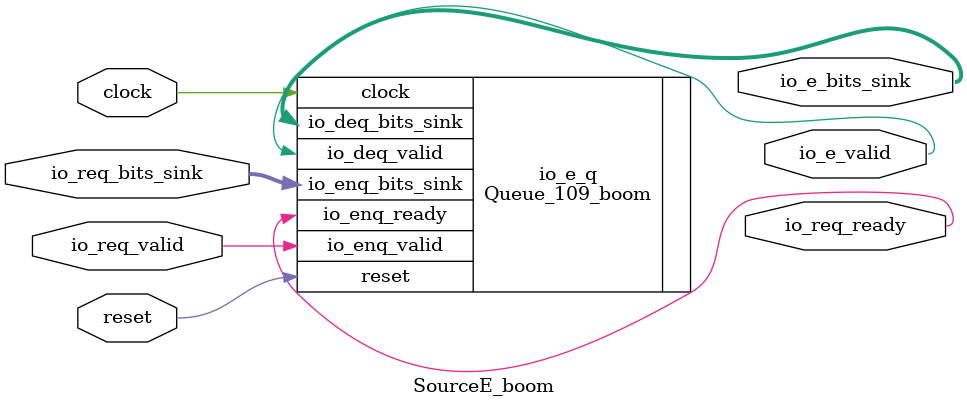
<source format=sv>
`ifndef RANDOMIZE
  `ifdef RANDOMIZE_REG_INIT
    `define RANDOMIZE
  `endif // RANDOMIZE_REG_INIT
`endif // not def RANDOMIZE
`ifndef RANDOMIZE
  `ifdef RANDOMIZE_MEM_INIT
    `define RANDOMIZE
  `endif // RANDOMIZE_MEM_INIT
`endif // not def RANDOMIZE

`ifndef RANDOM
  `define RANDOM $random
`endif // not def RANDOM

// Users can define 'PRINTF_COND' to add an extra gate to prints.
`ifndef PRINTF_COND_
  `ifdef PRINTF_COND
    `define PRINTF_COND_ (`PRINTF_COND)
  `else  // PRINTF_COND
    `define PRINTF_COND_ 1
  `endif // PRINTF_COND
`endif // not def PRINTF_COND_

// Users can define 'ASSERT_VERBOSE_COND' to add an extra gate to assert error printing.
`ifndef ASSERT_VERBOSE_COND_
  `ifdef ASSERT_VERBOSE_COND
    `define ASSERT_VERBOSE_COND_ (`ASSERT_VERBOSE_COND)
  `else  // ASSERT_VERBOSE_COND
    `define ASSERT_VERBOSE_COND_ 1
  `endif // ASSERT_VERBOSE_COND
`endif // not def ASSERT_VERBOSE_COND_

// Users can define 'STOP_COND' to add an extra gate to stop conditions.
`ifndef STOP_COND_
  `ifdef STOP_COND
    `define STOP_COND_ (`STOP_COND)
  `else  // STOP_COND
    `define STOP_COND_ 1
  `endif // STOP_COND
`endif // not def STOP_COND_

// Users can define INIT_RANDOM as general code that gets injected into the
// initializer block for modules with registers.
`ifndef INIT_RANDOM
  `define INIT_RANDOM
`endif // not def INIT_RANDOM

// If using random initialization, you can also define RANDOMIZE_DELAY to
// customize the delay used, otherwise 0.002 is used.
`ifndef RANDOMIZE_DELAY
  `define RANDOMIZE_DELAY 0.002
`endif // not def RANDOMIZE_DELAY

// Define INIT_RANDOM_PROLOG_ for use in our modules below.
`ifndef INIT_RANDOM_PROLOG_
  `ifdef RANDOMIZE
    `ifdef VERILATOR
      `define INIT_RANDOM_PROLOG_ `INIT_RANDOM
    `else  // VERILATOR
      `define INIT_RANDOM_PROLOG_ `INIT_RANDOM #`RANDOMIZE_DELAY begin end
    `endif // VERILATOR
  `else  // RANDOMIZE
    `define INIT_RANDOM_PROLOG_
  `endif // RANDOMIZE
`endif // not def INIT_RANDOM_PROLOG_

module SourceE_boom(
  input        clock,
               reset,
               io_req_valid,
  input  [2:0] io_req_bits_sink,
  output       io_req_ready,
               io_e_valid,
  output [2:0] io_e_bits_sink
);

  Queue_109_boom io_e_q (	// @[Decoupled.scala:375:21]
    .clock            (clock),
    .reset            (reset),
    .io_enq_valid     (io_req_valid),
    .io_enq_bits_sink (io_req_bits_sink),
    .io_enq_ready     (io_req_ready),
    .io_deq_valid     (io_e_valid),
    .io_deq_bits_sink (io_e_bits_sink)
  );
endmodule


</source>
